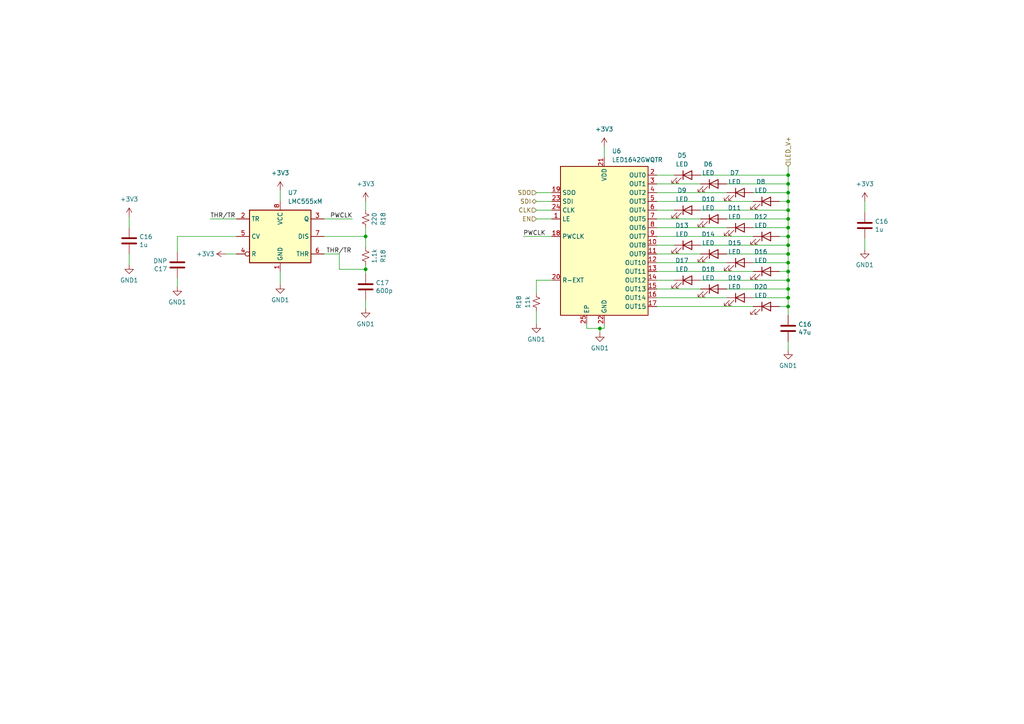
<source format=kicad_sch>
(kicad_sch (version 20230121) (generator eeschema)
  (paper "A4")
  (lib_symbols
    (symbol "Device:C" (pin_numbers hide) (pin_names (offset 0.254))
      (property "Reference" "C" (at 0.635 2.54 0))
      (property "Value" "C" (at 0.635 -2.54 0))
      (symbol "C_0_1"
        (polyline (pts (xy -2.032 -0.762) (xy 2.032 -0.762)) (stroke (width 0.508)))
        (polyline (pts (xy -2.032 0.762) (xy 2.032 0.762)) (stroke (width 0.508)))
      )
      (symbol "C_1_1"
        (pin passive line (at 0 3.81 270) (length 2.794) (name "~") (number "1"))
        (pin passive line (at 0 -3.81 90) (length 2.794) (name "~") (number "2"))
      )
    )
    (symbol "Device:LED" (pin_numbers hide) (pin_names (offset 1.016) hide)
      (property "Reference" "D" (at 0 2.54 0))
      (property "Value" "LED" (at 0 -2.54 0))
      (symbol "LED_0_1"
        (polyline (pts (xy -1.27 -1.27) (xy -1.27 1.27)) (stroke (width 0.254)))
        (polyline (pts (xy -1.27 0) (xy 1.27 0)))
        (polyline (pts (xy 1.27 -1.27) (xy 1.27 1.27) (xy -1.27 0) (xy 1.27 -1.27)) (stroke (width 0.254)))
        (polyline (pts (xy -3.048 -0.762) (xy -4.572 -2.286) (xy -3.81 -2.286) (xy -4.572 -2.286) (xy -4.572 -1.524)))
        (polyline (pts (xy -1.778 -0.762) (xy -3.302 -2.286) (xy -2.54 -2.286) (xy -3.302 -2.286) (xy -3.302 -1.524)))
      )
      (symbol "LED_1_1"
        (pin passive line (at -3.81 0 0) (length 2.54) (name "K") (number "1"))
        (pin passive line (at 3.81 0 180) (length 2.54) (name "A") (number "2"))
      )
    )
    (symbol "Device:R_Small_US" (pin_numbers hide) (pin_names (offset 0.254) hide)
      (property "Reference" "R" (at 0.762 0.508 0))
      (property "Value" "R_Small_US" (at 0.762 -1.016 0))
      (symbol "R_Small_US_1_1"
        (polyline (pts (xy 0 0) (xy 1.016 -0.381) (xy 0 -0.762) (xy -1.016 -1.143) (xy 0 -1.524)))
        (polyline (pts (xy 0 1.524) (xy 1.016 1.143) (xy 0 0.762) (xy -1.016 0.381) (xy 0 0)))
        (pin passive line (at 0 2.54 270) (length 1.016) (name "~") (number "1"))
        (pin passive line (at 0 -2.54 90) (length 1.016) (name "~") (number "2"))
      )
    )
    (symbol "Driver_LED:LED1642GWQTR"
      (property "Reference" "U" (at -12.7 21.59 0))
      (property "Value" "LED1642GWQTR" (at 2.54 21.59 0))
      (symbol "LED1642GWQTR_0_1"
        (rectangle (start -12.7 20.32) (end 12.7 -22.86) (stroke (width 0.254)) (fill (type background)))
      )
      (symbol "LED1642GWQTR_1_1"
        (pin input line (at -15.24 5.08 0) (length 2.54) (name "LE") (number "1"))
        (pin output line (at 15.24 -2.54 180) (length 2.54) (name "OUT8") (number "10"))
        (pin output line (at 15.24 -5.08 180) (length 2.54) (name "OUT9") (number "11"))
        (pin output line (at 15.24 -7.62 180) (length 2.54) (name "OUT10") (number "12"))
        (pin output line (at 15.24 -10.16 180) (length 2.54) (name "OUT11") (number "13"))
        (pin output line (at 15.24 -12.7 180) (length 2.54) (name "OUT12") (number "14"))
        (pin output line (at 15.24 -15.24 180) (length 2.54) (name "OUT13") (number "15"))
        (pin output line (at 15.24 -17.78 180) (length 2.54) (name "OUT14") (number "16"))
        (pin output line (at 15.24 -20.32 180) (length 2.54) (name "OUT15") (number "17"))
        (pin input line (at -15.24 0 0) (length 2.54) (name "PWCLK") (number "18"))
        (pin output line (at -15.24 12.7 0) (length 2.54) (name "SDO") (number "19"))
        (pin output line (at 15.24 17.78 180) (length 2.54) (name "OUT0") (number "2"))
        (pin passive line (at -15.24 -12.7 0) (length 2.54) (name "R-EXT") (number "20"))
        (pin power_in line (at 0 22.86 270) (length 2.54) (name "VDD") (number "21"))
        (pin power_in line (at 0 -25.4 90) (length 2.54) (name "GND") (number "22"))
        (pin input line (at -15.24 10.16 0) (length 2.54) (name "SDI") (number "23"))
        (pin input line (at -15.24 7.62 0) (length 2.54) (name "CLK") (number "24"))
        (pin passive line (at -5.08 -25.4 90) (length 2.54) (name "EP") (number "25"))
        (pin output line (at 15.24 15.24 180) (length 2.54) (name "OUT1") (number "3"))
        (pin output line (at 15.24 12.7 180) (length 2.54) (name "OUT2") (number "4"))
        (pin output line (at 15.24 10.16 180) (length 2.54) (name "OUT3") (number "5"))
        (pin output line (at 15.24 7.62 180) (length 2.54) (name "OUT4") (number "6"))
        (pin output line (at 15.24 5.08 180) (length 2.54) (name "OUT5") (number "7"))
        (pin output line (at 15.24 2.54 180) (length 2.54) (name "OUT6") (number "8"))
        (pin output line (at 15.24 0 180) (length 2.54) (name "OUT7") (number "9"))
      )
    )
    (symbol "Timer:LMC555xM"
      (property "Reference" "U" (at -10.16 8.89 0))
      (property "Value" "LMC555xM" (at 2.54 8.89 0))
      (symbol "LMC555xM_0_0"
        (pin power_in line (at 0 -10.16 90) (length 2.54) (name "GND") (number "1"))
        (pin power_in line (at 0 10.16 270) (length 2.54) (name "VCC") (number "8"))
      )
      (symbol "LMC555xM_0_1"
        (rectangle (start -8.89 -7.62) (end 8.89 7.62) (stroke (width 0.254)) (fill (type background)))
        (rectangle (start -8.89 -7.62) (end 8.89 7.62) (stroke (width 0.254)) (fill (type background)))
      )
      (symbol "LMC555xM_1_1"
        (pin input line (at -12.7 5.08 0) (length 3.81) (name "TR") (number "2"))
        (pin output line (at 12.7 5.08 180) (length 3.81) (name "Q") (number "3"))
        (pin input inverted (at -12.7 -5.08 0) (length 3.81) (name "R") (number "4"))
        (pin input line (at -12.7 0 0) (length 3.81) (name "CV") (number "5"))
        (pin input line (at 12.7 -5.08 180) (length 3.81) (name "THR") (number "6"))
        (pin input line (at 12.7 0 180) (length 3.81) (name "DIS") (number "7"))
      )
    )
    (symbol "power:+3V3" (power) (pin_names (offset 0))
      (property "Value" "+3V3" (at 0 3.556 0))
      (symbol "+3V3_0_1"
        (polyline (pts (xy -0.762 1.27) (xy 0 2.54)))
        (polyline (pts (xy 0 0) (xy 0 2.54)))
        (polyline (pts (xy 0 2.54) (xy 0.762 1.27)))
      )
      (symbol "+3V3_1_1"
        (pin power_in line (at 0 0 90) (length 0) hide (name "+3V3") (number "1"))
      )
    )
    (symbol "power:GND1" (power) (pin_names (offset 0))
      (property "Value" "GND1" (at 0 -3.81 0))
      (symbol "GND1_0_1"
        (polyline (pts (xy 0 0) (xy 0 -1.27) (xy 1.27 -1.27) (xy 0 -2.54) (xy -1.27 -1.27) (xy 0 -1.27)))
      )
      (symbol "GND1_1_1"
        (pin power_in line (at 0 0 270) (length 0) hide (name "GND1") (number "1"))
      )
    )
  )
  (junction (at 228.6 55.88))
  (junction (at 228.6 63.5))
  (junction (at 228.6 78.74))
  (junction (at 228.6 81.28))
  (junction (at 228.6 66.04))
  (junction (at 228.6 58.42))
  (junction (at 228.6 68.58))
  (junction (at 228.6 88.9))
  (junction (at 228.6 86.36))
  (junction (at 173.99 95.25))
  (junction (at 228.6 50.8))
  (junction (at 228.6 53.34))
  (junction (at 228.6 71.12))
  (junction (at 228.6 60.96))
  (junction (at 106.045 78.105))
  (junction (at 106.045 68.58))
  (junction (at 228.6 73.66))
  (junction (at 228.6 83.82))
  (junction (at 228.6 76.2))
  (wire (pts (xy 203.2 50.8) (xy 228.6 50.8)))
  (wire (pts (xy 190.5 66.04) (xy 210.82 66.04)))
  (wire (pts (xy 210.82 53.34) (xy 228.6 53.34)))
  (wire (pts (xy 250.825 58.42) (xy 250.825 61.595)))
  (wire (pts (xy 228.6 86.36) (xy 228.6 88.9)))
  (wire (pts (xy 81.28 55.245) (xy 81.28 58.42)))
  (wire (pts (xy 218.44 55.88) (xy 228.6 55.88)))
  (wire (pts (xy 226.06 78.74) (xy 228.6 78.74)))
  (wire (pts (xy 102.235 63.5) (xy 93.98 63.5)))
  (wire (pts (xy 151.765 68.58) (xy 160.02 68.58)))
  (wire (pts (xy 218.44 86.36) (xy 228.6 86.36)))
  (wire (pts (xy 190.5 71.12) (xy 195.58 71.12)))
  (wire (pts (xy 203.2 60.96) (xy 228.6 60.96)))
  (wire (pts (xy 175.26 93.98) (xy 175.26 95.25)))
  (wire (pts (xy 250.825 69.215) (xy 250.825 72.39)))
  (wire (pts (xy 228.6 58.42) (xy 228.6 60.96)))
  (wire (pts (xy 93.98 73.66) (xy 98.425 73.66)))
  (wire (pts (xy 106.045 66.04) (xy 106.045 68.58)))
  (wire (pts (xy 228.6 71.12) (xy 228.6 73.66)))
  (wire (pts (xy 106.045 58.42) (xy 106.045 60.96)))
  (wire (pts (xy 175.26 95.25) (xy 173.99 95.25)))
  (wire (pts (xy 190.5 73.66) (xy 203.2 73.66)))
  (wire (pts (xy 226.06 88.9) (xy 228.6 88.9)))
  (wire (pts (xy 65.405 73.66) (xy 68.58 73.66)))
  (wire (pts (xy 228.6 88.9) (xy 228.6 91.44)))
  (wire (pts (xy 228.6 63.5) (xy 228.6 66.04)))
  (wire (pts (xy 218.44 76.2) (xy 228.6 76.2)))
  (wire (pts (xy 37.465 62.865) (xy 37.465 66.04)))
  (wire (pts (xy 228.6 66.04) (xy 228.6 68.58)))
  (wire (pts (xy 190.5 50.8) (xy 195.58 50.8)))
  (wire (pts (xy 190.5 88.9) (xy 218.44 88.9)))
  (wire (pts (xy 190.5 68.58) (xy 218.44 68.58)))
  (wire (pts (xy 203.2 71.12) (xy 228.6 71.12)))
  (wire (pts (xy 228.6 78.74) (xy 228.6 81.28)))
  (wire (pts (xy 190.5 83.82) (xy 203.2 83.82)))
  (wire (pts (xy 210.82 83.82) (xy 228.6 83.82)))
  (wire (pts (xy 228.6 68.58) (xy 228.6 71.12)))
  (wire (pts (xy 173.99 95.25) (xy 170.18 95.25)))
  (wire (pts (xy 155.575 63.5) (xy 160.02 63.5)))
  (wire (pts (xy 190.5 76.2) (xy 210.82 76.2)))
  (wire (pts (xy 228.6 48.26) (xy 228.6 50.8)))
  (wire (pts (xy 160.02 81.28) (xy 155.575 81.28)))
  (wire (pts (xy 228.6 83.82) (xy 228.6 86.36)))
  (wire (pts (xy 106.045 86.995) (xy 106.045 89.535)))
  (wire (pts (xy 228.6 50.8) (xy 228.6 53.34)))
  (wire (pts (xy 60.96 63.5) (xy 68.58 63.5)))
  (wire (pts (xy 155.575 55.88) (xy 160.02 55.88)))
  (wire (pts (xy 190.5 81.28) (xy 195.58 81.28)))
  (wire (pts (xy 51.435 68.58) (xy 68.58 68.58)))
  (wire (pts (xy 190.5 55.88) (xy 210.82 55.88)))
  (wire (pts (xy 155.575 60.96) (xy 160.02 60.96)))
  (wire (pts (xy 228.6 53.34) (xy 228.6 55.88)))
  (wire (pts (xy 190.5 58.42) (xy 218.44 58.42)))
  (wire (pts (xy 170.18 95.25) (xy 170.18 93.98)))
  (wire (pts (xy 106.045 68.58) (xy 106.045 71.755)))
  (wire (pts (xy 228.6 55.88) (xy 228.6 58.42)))
  (wire (pts (xy 228.6 99.06) (xy 228.6 101.6)))
  (wire (pts (xy 155.575 58.42) (xy 160.02 58.42)))
  (wire (pts (xy 81.28 78.74) (xy 81.28 82.55)))
  (wire (pts (xy 51.435 80.645) (xy 51.435 83.185)))
  (wire (pts (xy 190.5 78.74) (xy 218.44 78.74)))
  (wire (pts (xy 226.06 68.58) (xy 228.6 68.58)))
  (wire (pts (xy 155.575 90.17) (xy 155.575 93.98)))
  (wire (pts (xy 228.6 60.96) (xy 228.6 63.5)))
  (wire (pts (xy 190.5 86.36) (xy 210.82 86.36)))
  (wire (pts (xy 190.5 53.34) (xy 203.2 53.34)))
  (wire (pts (xy 175.26 42.545) (xy 175.26 45.72)))
  (wire (pts (xy 210.82 63.5) (xy 228.6 63.5)))
  (wire (pts (xy 93.98 68.58) (xy 106.045 68.58)))
  (wire (pts (xy 190.5 60.96) (xy 195.58 60.96)))
  (wire (pts (xy 98.425 73.66) (xy 98.425 78.105)))
  (wire (pts (xy 203.2 81.28) (xy 228.6 81.28)))
  (wire (pts (xy 210.82 73.66) (xy 228.6 73.66)))
  (wire (pts (xy 173.99 95.25) (xy 173.99 96.52)))
  (wire (pts (xy 190.5 63.5) (xy 203.2 63.5)))
  (wire (pts (xy 37.465 73.66) (xy 37.465 76.835)))
  (wire (pts (xy 228.6 81.28) (xy 228.6 83.82)))
  (wire (pts (xy 228.6 76.2) (xy 228.6 78.74)))
  (wire (pts (xy 226.06 58.42) (xy 228.6 58.42)))
  (wire (pts (xy 218.44 66.04) (xy 228.6 66.04)))
  (wire (pts (xy 106.045 78.105) (xy 106.045 79.375)))
  (wire (pts (xy 228.6 73.66) (xy 228.6 76.2)))
  (wire (pts (xy 106.045 76.835) (xy 106.045 78.105)))
  (wire (pts (xy 155.575 81.28) (xy 155.575 85.09)))
  (wire (pts (xy 98.425 78.105) (xy 106.045 78.105)))
  (wire (pts (xy 51.435 68.58) (xy 51.435 73.025)))
  (label "THR{slash}TR" (at 60.96 63.5 0))
  (label "PWCLK" (at 151.765 68.58 0))
  (label "THR{slash}TR" (at 94.615 73.66 0))
  (label "PWCLK" (at 102.235 63.5 180))
  (hierarchical_label "LED_V+" (shape input) (at 228.6 48.26 90))
  (hierarchical_label "SDO" (shape input) (at 155.575 55.88 180))
  (hierarchical_label "EN" (shape input) (at 155.575 63.5 180))
  (hierarchical_label "CLK" (shape input) (at 155.575 60.96 180))
  (hierarchical_label "SDI" (shape bidirectional) (at 155.575 58.42 180))
  (symbol (lib_id "Device:C") (at 37.465 69.85 0) (unit 1)
    (property "Reference" "C16" (at 40.386 68.6816 0) (effects (justify left)))
    (property "Value" "1u" (at 40.386 70.993 0) (effects (justify left)))
    (property "Footprint" "Capacitor_SMD:C_0603_1608Metric" (effects hide))
    (instances (project "RP2040_minimal" (path "" (reference "C16") (unit 1))) (project "Power_Supply_Brain" (path "" (reference "C7") (unit 1)) (path "" (reference "C29") (unit 1))) (project "2023-24_Power_Supply" (path "" (reference "C7") (unit 1))))
  )
  (symbol (lib_id "power:GND1") (at 228.6 101.6 0) (unit 1)
    (property "Reference" "#PWR067" (effects hide))
    (property "Value" "GND1" (at 228.6 106.045 0))
  )
  (symbol (lib_id "Device:LED") (at 222.25 78.74 0) (unit 1)
    (property "Reference" "D16" (at 220.6625 73.025 0))
    (property "Value" "LED" (at 220.6625 75.565 0))
    (property "Footprint" "LED_SMD:LED_0805_2012Metric" (effects hide))
  )
  (symbol (lib_id "Device:LED") (at 222.25 88.9 0) (unit 1)
    (property "Reference" "D20" (at 220.6625 83.185 0))
    (property "Value" "LED" (at 220.6625 85.725 0))
    (property "Footprint" "LED_SMD:LED_0805_2012Metric" (effects hide))
  )
  (symbol (lib_id "power:GND1") (at 173.99 96.52 0) (unit 1)
    (property "Reference" "#PWR069" (effects hide))
    (property "Value" "GND1" (at 173.99 100.965 0))
  )
  (symbol (lib_id "Device:LED") (at 207.01 53.34 0) (unit 1)
    (property "Reference" "D6" (at 205.4225 47.625 0))
    (property "Value" "LED" (at 205.4225 50.165 0))
    (property "Footprint" "LED_SMD:LED_0805_2012Metric" (effects hide))
  )
  (symbol (lib_id "power:GND1") (at 51.435 83.185 0) (unit 1)
    (property "Reference" "#PWR076" (effects hide))
    (property "Value" "GND1" (at 51.435 87.63 0))
  )
  (symbol (lib_id "Device:R_Small_US") (at 155.575 87.63 180) (unit 1)
    (property "Reference" "R18" (at 150.495 87.63 90))
    (property "Value" "11k" (at 153.035 87.63 90))
    (property "Footprint" "Resistor_SMD:R_0603_1608Metric" (effects hide))
    (instances (project "Power_Supply_Brain" (path "" (reference "R18") (unit 1)) (path "" (reference "R31") (unit 1))) (project "2023-24_Power_Supply" (path "" (reference "R7") (unit 1))))
  )
  (symbol (lib_id "power:+3V3") (at 65.405 73.66 90) (unit 1)
    (property "Reference" "#PWR039" (effects hide))
    (property "Value" "+3V3" (at 62.23 73.66 90) (effects (justify left)))
  )
  (symbol (lib_id "Device:R_Small_US") (at 106.045 63.5 0) (unit 1)
    (property "Reference" "R18" (at 111.125 63.5 90))
    (property "Value" "220" (at 108.585 63.5 90))
    (property "Footprint" "Resistor_SMD:R_0603_1608Metric" (effects hide))
    (instances (project "Power_Supply_Brain" (path "" (reference "R18") (unit 1)) (path "" (reference "R19") (unit 1))) (project "2023-24_Power_Supply" (path "" (reference "R7") (unit 1))))
  )
  (symbol (lib_id "Device:LED") (at 214.63 76.2 0) (unit 1)
    (property "Reference" "D15" (at 213.0425 70.485 0))
    (property "Value" "LED" (at 213.0425 73.025 0))
    (property "Footprint" "LED_SMD:LED_0805_2012Metric" (effects hide))
  )
  (symbol (lib_id "power:+3V3") (at 37.465 62.865 0) (unit 1)
    (property "Reference" "#PWR078" (effects hide))
    (property "Value" "+3V3" (at 37.465 57.785 0))
  )
  (symbol (lib_id "power:+3V3") (at 250.825 58.42 0) (unit 1)
    (property "Reference" "#PWR071" (effects hide))
    (property "Value" "+3V3" (at 250.825 53.34 0))
  )
  (symbol (lib_id "power:GND1") (at 250.825 72.39 0) (unit 1)
    (property "Reference" "#PWR072" (effects hide))
    (property "Value" "GND1" (at 250.825 76.835 0))
  )
  (symbol (lib_id "Device:C") (at 228.6 95.25 0) (unit 1)
    (property "Reference" "C16" (at 231.521 94.0816 0) (effects (justify left)))
    (property "Value" "47u" (at 231.521 96.393 0) (effects (justify left)))
    (property "Footprint" "Capacitor_SMD:C_0805_2012Metric" (effects hide))
    (instances (project "RP2040_minimal" (path "" (reference "C16") (unit 1))) (project "Power_Supply_Brain" (path "" (reference "C7") (unit 1)) (path "" (reference "C26") (unit 1))) (project "2023-24_Power_Supply" (path "" (reference "C7") (unit 1))))
  )
  (symbol (lib_id "power:+3V3") (at 175.26 42.545 0) (unit 1)
    (property "Reference" "#PWR070" (effects hide))
    (property "Value" "+3V3" (at 175.26 37.465 0))
  )
  (symbol (lib_id "Device:LED") (at 199.39 60.96 0) (unit 1)
    (property "Reference" "D9" (at 197.8025 55.245 0))
    (property "Value" "LED" (at 197.8025 57.785 0))
    (property "Footprint" "LED_SMD:LED_0805_2012Metric" (effects hide))
  )
  (symbol (lib_id "Device:LED") (at 214.63 55.88 0) (unit 1)
    (property "Reference" "D7" (at 213.0425 50.165 0))
    (property "Value" "LED" (at 213.0425 52.705 0))
    (property "Footprint" "LED_SMD:LED_0805_2012Metric" (effects hide))
  )
  (symbol (lib_id "power:+3V3") (at 106.045 58.42 0) (unit 1)
    (property "Reference" "#PWR077" (effects hide))
    (property "Value" "+3V3" (at 106.045 53.34 0))
  )
  (symbol (lib_id "Device:LED") (at 207.01 83.82 0) (unit 1)
    (property "Reference" "D18" (at 205.4225 78.105 0))
    (property "Value" "LED" (at 205.4225 80.645 0))
    (property "Footprint" "LED_SMD:LED_0805_2012Metric" (effects hide))
  )
  (symbol (lib_id "Device:LED") (at 214.63 86.36 0) (unit 1)
    (property "Reference" "D19" (at 213.0425 80.645 0))
    (property "Value" "LED" (at 213.0425 83.185 0))
    (property "Footprint" "LED_SMD:LED_0805_2012Metric" (effects hide))
  )
  (symbol (lib_id "Device:R_Small_US") (at 106.045 74.295 0) (unit 1)
    (property "Reference" "R18" (at 111.125 74.295 90))
    (property "Value" "1.1k" (at 108.585 74.295 90))
    (property "Footprint" "Resistor_SMD:R_0603_1608Metric" (effects hide))
    (instances (project "Power_Supply_Brain" (path "" (reference "R18") (unit 1)) (path "" (reference "R20") (unit 1))) (project "2023-24_Power_Supply" (path "" (reference "R7") (unit 1))))
  )
  (symbol (lib_id "Device:C") (at 51.435 76.835 180) (unit 1)
    (property "Reference" "C17" (at 48.514 78.0034 0) (effects (justify left)))
    (property "Value" "DNP" (at 48.514 75.692 0) (effects (justify left)))
    (property "Footprint" "Capacitor_SMD:C_0603_1608Metric" (effects hide))
    (instances (project "RP2040_minimal" (path "" (reference "C17") (unit 1))) (project "Power_Supply_Brain" (path "" (reference "C15") (unit 1)) (path "" (reference "C28") (unit 1))) (project "2023-24_Power_Supply" (path "" (reference "C15") (unit 1))))
  )
  (symbol (lib_id "power:GND1") (at 155.575 93.98 0) (unit 1)
    (property "Reference" "#PWR068" (effects hide))
    (property "Value" "GND1" (at 155.575 98.425 0))
  )
  (symbol (lib_id "Device:LED") (at 214.63 66.04 0) (unit 1)
    (property "Reference" "D11" (at 213.0425 60.325 0))
    (property "Value" "LED" (at 213.0425 62.865 0))
    (property "Footprint" "LED_SMD:LED_0805_2012Metric" (effects hide))
  )
  (symbol (lib_id "power:GND1") (at 81.28 82.55 0) (unit 1)
    (property "Reference" "#PWR038" (effects hide))
    (property "Value" "GND1" (at 81.28 86.995 0))
  )
  (symbol (lib_id "power:GND1") (at 106.045 89.535 0) (unit 1)
    (property "Reference" "#PWR075" (effects hide))
    (property "Value" "GND1" (at 106.045 93.98 0))
  )
  (symbol (lib_id "Device:C") (at 106.045 83.185 0) (unit 1)
    (property "Reference" "C17" (at 108.966 82.0166 0) (effects (justify left)))
    (property "Value" "600p" (at 108.966 84.328 0) (effects (justify left)))
    (property "Footprint" "Capacitor_SMD:C_0603_1608Metric" (effects hide))
    (instances (project "RP2040_minimal" (path "" (reference "C17") (unit 1))) (project "Power_Supply_Brain" (path "" (reference "C15") (unit 1)) (path "" (reference "C27") (unit 1))) (project "2023-24_Power_Supply" (path "" (reference "C15") (unit 1))))
  )
  (symbol (lib_id "Device:LED") (at 199.39 81.28 0) (unit 1)
    (property "Reference" "D17" (at 197.8025 75.565 0))
    (property "Value" "LED" (at 197.8025 78.105 0))
    (property "Footprint" "LED_SMD:LED_0805_2012Metric" (effects hide))
  )
  (symbol (lib_id "power:+3V3") (at 81.28 55.245 0) (unit 1)
    (property "Reference" "#PWR037" (effects hide))
    (property "Value" "+3V3" (at 81.28 50.165 0))
  )
  (symbol (lib_id "Device:LED") (at 222.25 68.58 0) (unit 1)
    (property "Reference" "D12" (at 220.6625 62.865 0))
    (property "Value" "LED" (at 220.6625 65.405 0))
    (property "Footprint" "LED_SMD:LED_0805_2012Metric" (effects hide))
  )
  (symbol (lib_id "Device:LED") (at 222.25 58.42 0) (unit 1)
    (property "Reference" "D8" (at 220.6625 52.705 0))
    (property "Value" "LED" (at 220.6625 55.245 0))
    (property "Footprint" "LED_SMD:LED_0805_2012Metric" (effects hide))
  )
  (symbol (lib_id "Device:LED") (at 199.39 50.8 0) (unit 1)
    (property "Reference" "D5" (at 197.8025 45.085 0))
    (property "Value" "LED" (at 197.8025 47.625 0))
    (property "Footprint" "LED_SMD:LED_0805_2012Metric" (effects hide))
  )
  (symbol (lib_id "Timer:LMC555xM") (at 81.28 68.58 0) (unit 1)
    (property "Reference" "U7" (at 83.4741 55.88 0) (effects (justify left)))
    (property "Value" "LMC555xM" (at 83.4741 58.42 0) (effects (justify left)))
    (property "Footprint" "Package_SO:SOIC-8_3.9x4.9mm_P1.27mm" (effects hide))
    (property "Datasheet" "http://www.ti.com/lit/ds/symlink/lmc555.pdf" (effects hide))
  )
  (symbol (lib_id "Driver_LED:LED1642GWQTR") (at 175.26 68.58 0) (unit 1)
    (property "Reference" "U6" (at 177.4541 43.815 0) (effects (justify left)))
    (property "Value" "LED1642GWQTR" (at 177.4541 46.355 0) (effects (justify left)))
    (property "Footprint" "Package_DFN_QFN:QFN-24-1EP_4x4mm_P0.5mm_EP2.15x2.15mm" (effects hide))
    (property "Datasheet" "https://www.st.com/resource/en/datasheet/led1642gw.pdf" (effects hide))
  )
  (symbol (lib_id "Device:LED") (at 207.01 73.66 0) (unit 1)
    (property "Reference" "D14" (at 205.4225 67.945 0))
    (property "Value" "LED" (at 205.4225 70.485 0))
    (property "Footprint" "LED_SMD:LED_0805_2012Metric" (effects hide))
  )
  (symbol (lib_id "Device:LED") (at 207.01 63.5 0) (unit 1)
    (property "Reference" "D10" (at 205.4225 57.785 0))
    (property "Value" "LED" (at 205.4225 60.325 0))
    (property "Footprint" "LED_SMD:LED_0805_2012Metric" (effects hide))
  )
  (symbol (lib_id "Device:LED") (at 199.39 71.12 0) (unit 1)
    (property "Reference" "D13" (at 197.8025 65.405 0))
    (property "Value" "LED" (at 197.8025 67.945 0))
    (property "Footprint" "LED_SMD:LED_0805_2012Metric" (effects hide))
  )
  (symbol (lib_id "Device:C") (at 250.825 65.405 0) (unit 1)
    (property "Reference" "C16" (at 253.746 64.2366 0) (effects (justify left)))
    (property "Value" "1u" (at 253.746 66.548 0) (effects (justify left)))
    (property "Footprint" "Capacitor_SMD:C_0402_1005Metric" (effects hide))
    (instances (project "RP2040_minimal" (path "" (reference "C16") (unit 1))) (project "Power_Supply_Brain" (path "" (reference "C7") (unit 1)) (path "" (reference "C25") (unit 1))) (project "2023-24_Power_Supply" (path "" (reference "C7") (unit 1))))
  )
  (symbol (lib_id "power:GND1") (at 37.465 76.835 0) (unit 1)
    (property "Reference" "#PWR079" (effects hide))
    (property "Value" "GND1" (at 37.465 81.28 0))
  )
)
</source>
